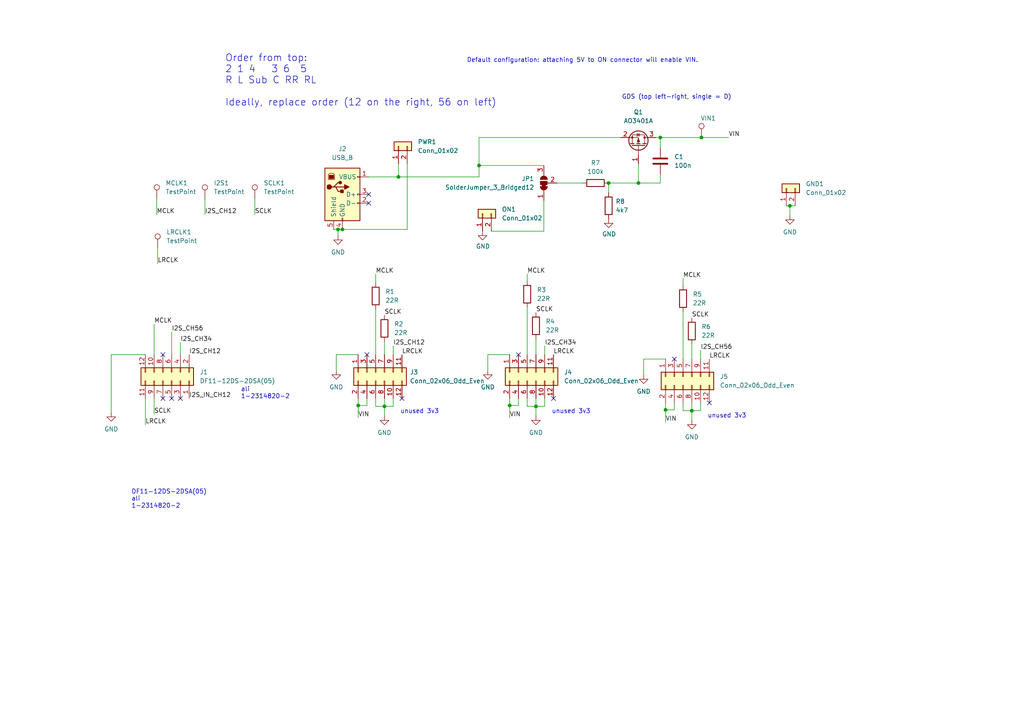
<source format=kicad_sch>
(kicad_sch (version 20230121) (generator eeschema)
  (paper "A4")
  (lib_symbols
    (symbol "Connector:TestPoint" (pin_numbers hide) (pin_names (offset 0.762) hide)
      (property "Reference" "TP" (at 0 6.858 0))
      (property "Value" "TestPoint" (at 0 5.08 0))
      (symbol "TestPoint_0_1"
        (circle (center 0 3.302) (radius 0.762))
      )
      (symbol "TestPoint_1_1"
        (pin passive line (at 0 0 90) (length 2.54) (name "1") (number "1"))
      )
    )
    (symbol "Connector:USB_B" (pin_names (offset 1.016))
      (property "Reference" "J" (at -5.08 11.43 0))
      (property "Value" "USB_B" (at -5.08 8.89 0))
      (symbol "USB_B_0_1"
        (rectangle (start -5.08 -7.62) (end 5.08 7.62) (stroke (width 0.254)) (fill (type background)))
        (circle (center -3.81 2.159) (radius 0.635) (stroke (width 0.254)) (fill (type outline)))
        (rectangle (start -3.81 5.588) (end -2.54 4.572) (fill (type outline)))
        (circle (center -0.635 3.429) (radius 0.381) (stroke (width 0.254)) (fill (type outline)))
        (rectangle (start -0.127 -7.62) (end 0.127 -6.858))
        (polyline (pts (xy -1.905 2.159) (xy 0.635 2.159)) (stroke (width 0.254)))
        (polyline (pts (xy -3.175 2.159) (xy -2.54 2.159) (xy -1.27 3.429) (xy -0.635 3.429)) (stroke (width 0.254)))
        (polyline (pts (xy -2.54 2.159) (xy -1.905 2.159) (xy -1.27 0.889) (xy 0 0.889)) (stroke (width 0.254)))
        (polyline (pts (xy 0.635 2.794) (xy 0.635 1.524) (xy 1.905 2.159) (xy 0.635 2.794)) (stroke (width 0.254)) (fill (type outline)))
        (polyline (pts (xy -4.064 4.318) (xy -2.286 4.318) (xy -2.286 5.715) (xy -2.667 6.096) (xy -3.683 6.096) (xy -4.064 5.715) (xy -4.064 4.318)))
        (rectangle (start 0.254 1.27) (end -0.508 0.508) (stroke (width 0.254)) (fill (type outline)))
        (rectangle (start 5.08 -2.667) (end 4.318 -2.413))
        (rectangle (start 5.08 -0.127) (end 4.318 0.127))
        (rectangle (start 5.08 4.953) (end 4.318 5.207))
      )
      (symbol "USB_B_1_1"
        (pin power_out line (at 7.62 5.08 180) (length 2.54) (name "VBUS") (number "1"))
        (pin bidirectional line (at 7.62 -2.54 180) (length 2.54) (name "D-") (number "2"))
        (pin bidirectional line (at 7.62 0 180) (length 2.54) (name "D+") (number "3"))
        (pin power_out line (at 0 -10.16 90) (length 2.54) (name "GND") (number "4"))
        (pin passive line (at -2.54 -10.16 90) (length 2.54) (name "Shield") (number "5"))
      )
    )
    (symbol "Connector_Generic:Conn_01x02" (pin_names (offset 1.016) hide)
      (property "Reference" "J" (at 0 2.54 0))
      (property "Value" "Conn_01x02" (at 0 -5.08 0))
      (symbol "Conn_01x02_1_1"
        (rectangle (start -1.27 -2.413) (end 0 -2.667) (stroke (width 0.1524)))
        (rectangle (start -1.27 0.127) (end 0 -0.127) (stroke (width 0.1524)))
        (rectangle (start -1.27 1.27) (end 1.27 -3.81) (stroke (width 0.254)) (fill (type background)))
        (pin passive line (at -5.08 0 0) (length 3.81) (name "Pin_1") (number "1"))
        (pin passive line (at -5.08 -2.54 0) (length 3.81) (name "Pin_2") (number "2"))
      )
    )
    (symbol "Connector_Generic:Conn_02x06_Odd_Even" (pin_names (offset 1.016) hide)
      (property "Reference" "J" (at 1.27 7.62 0))
      (property "Value" "Conn_02x06_Odd_Even" (at 1.27 -10.16 0))
      (symbol "Conn_02x06_Odd_Even_1_1"
        (rectangle (start -1.27 -7.493) (end 0 -7.747) (stroke (width 0.1524)))
        (rectangle (start -1.27 -4.953) (end 0 -5.207) (stroke (width 0.1524)))
        (rectangle (start -1.27 -2.413) (end 0 -2.667) (stroke (width 0.1524)))
        (rectangle (start -1.27 0.127) (end 0 -0.127) (stroke (width 0.1524)))
        (rectangle (start -1.27 2.667) (end 0 2.413) (stroke (width 0.1524)))
        (rectangle (start -1.27 5.207) (end 0 4.953) (stroke (width 0.1524)))
        (rectangle (start -1.27 6.35) (end 3.81 -8.89) (stroke (width 0.254)) (fill (type background)))
        (rectangle (start 3.81 -7.493) (end 2.54 -7.747) (stroke (width 0.1524)))
        (rectangle (start 3.81 -4.953) (end 2.54 -5.207) (stroke (width 0.1524)))
        (rectangle (start 3.81 -2.413) (end 2.54 -2.667) (stroke (width 0.1524)))
        (rectangle (start 3.81 0.127) (end 2.54 -0.127) (stroke (width 0.1524)))
        (rectangle (start 3.81 2.667) (end 2.54 2.413) (stroke (width 0.1524)))
        (rectangle (start 3.81 5.207) (end 2.54 4.953) (stroke (width 0.1524)))
        (pin passive line (at -5.08 5.08 0) (length 3.81) (name "Pin_1") (number "1"))
        (pin passive line (at 7.62 -5.08 180) (length 3.81) (name "Pin_10") (number "10"))
        (pin passive line (at -5.08 -7.62 0) (length 3.81) (name "Pin_11") (number "11"))
        (pin passive line (at 7.62 -7.62 180) (length 3.81) (name "Pin_12") (number "12"))
        (pin passive line (at 7.62 5.08 180) (length 3.81) (name "Pin_2") (number "2"))
        (pin passive line (at -5.08 2.54 0) (length 3.81) (name "Pin_3") (number "3"))
        (pin passive line (at 7.62 2.54 180) (length 3.81) (name "Pin_4") (number "4"))
        (pin passive line (at -5.08 0 0) (length 3.81) (name "Pin_5") (number "5"))
        (pin passive line (at 7.62 0 180) (length 3.81) (name "Pin_6") (number "6"))
        (pin passive line (at -5.08 -2.54 0) (length 3.81) (name "Pin_7") (number "7"))
        (pin passive line (at 7.62 -2.54 180) (length 3.81) (name "Pin_8") (number "8"))
        (pin passive line (at -5.08 -5.08 0) (length 3.81) (name "Pin_9") (number "9"))
      )
    )
    (symbol "Device:C" (pin_numbers hide) (pin_names (offset 0.254))
      (property "Reference" "C" (at 0.635 2.54 0))
      (property "Value" "C" (at 0.635 -2.54 0))
      (symbol "C_0_1"
        (polyline (pts (xy -2.032 -0.762) (xy 2.032 -0.762)) (stroke (width 0.508)))
        (polyline (pts (xy -2.032 0.762) (xy 2.032 0.762)) (stroke (width 0.508)))
      )
      (symbol "C_1_1"
        (pin passive line (at 0 3.81 270) (length 2.794) (name "~") (number "1"))
        (pin passive line (at 0 -3.81 90) (length 2.794) (name "~") (number "2"))
      )
    )
    (symbol "Device:R" (pin_numbers hide) (pin_names (offset 0))
      (property "Reference" "R" (at 2.032 0 90))
      (property "Value" "R" (at 0 0 90))
      (symbol "R_0_1"
        (rectangle (start -1.016 -2.54) (end 1.016 2.54) (stroke (width 0.254)))
      )
      (symbol "R_1_1"
        (pin passive line (at 0 3.81 270) (length 1.27) (name "~") (number "1"))
        (pin passive line (at 0 -3.81 90) (length 1.27) (name "~") (number "2"))
      )
    )
    (symbol "Jumper:SolderJumper_3_Bridged12" (pin_names (offset 0) hide)
      (property "Reference" "JP" (at -2.54 -2.54 0))
      (property "Value" "SolderJumper_3_Bridged12" (at 0 2.794 0))
      (symbol "SolderJumper_3_Bridged12_0_1"
        (rectangle (start -1.016 0.508) (end -0.508 -0.508) (fill (type outline)))
        (arc (start -1.016 1.016) (mid -2.0276 0) (end -1.016 -1.016))
        (arc (start -1.016 1.016) (mid -2.0276 0) (end -1.016 -1.016) (fill (type outline)))
        (rectangle (start -0.508 1.016) (end 0.508 -1.016) (fill (type outline)))
        (polyline (pts (xy -2.54 0) (xy -2.032 0)))
        (polyline (pts (xy -1.016 1.016) (xy -1.016 -1.016)))
        (polyline (pts (xy 0 -1.27) (xy 0 -1.016)))
        (polyline (pts (xy 1.016 1.016) (xy 1.016 -1.016)))
        (polyline (pts (xy 2.54 0) (xy 2.032 0)))
        (arc (start 1.016 -1.016) (mid 2.0276 0) (end 1.016 1.016))
        (arc (start 1.016 -1.016) (mid 2.0276 0) (end 1.016 1.016) (fill (type outline)))
      )
      (symbol "SolderJumper_3_Bridged12_1_1"
        (pin passive line (at -5.08 0 0) (length 2.54) (name "A") (number "1"))
        (pin passive line (at 0 -3.81 90) (length 2.54) (name "C") (number "2"))
        (pin passive line (at 5.08 0 180) (length 2.54) (name "B") (number "3"))
      )
    )
    (symbol "Transistor_FET:AO3401A" (pin_names hide)
      (property "Reference" "Q" (at 5.08 1.905 0))
      (property "Value" "AO3401A" (at 5.08 0 0))
      (symbol "AO3401A_0_1"
        (polyline (pts (xy 0.254 0) (xy -2.54 0)))
        (polyline (pts (xy 0.254 1.905) (xy 0.254 -1.905)) (stroke (width 0.254)))
        (polyline (pts (xy 0.762 -1.27) (xy 0.762 -2.286)) (stroke (width 0.254)))
        (polyline (pts (xy 0.762 0.508) (xy 0.762 -0.508)) (stroke (width 0.254)))
        (polyline (pts (xy 0.762 2.286) (xy 0.762 1.27)) (stroke (width 0.254)))
        (polyline (pts (xy 2.54 2.54) (xy 2.54 1.778)))
        (polyline (pts (xy 2.54 -2.54) (xy 2.54 0) (xy 0.762 0)))
        (polyline (pts (xy 0.762 1.778) (xy 3.302 1.778) (xy 3.302 -1.778) (xy 0.762 -1.778)))
        (polyline (pts (xy 2.286 0) (xy 1.27 0.381) (xy 1.27 -0.381) (xy 2.286 0)) (fill (type outline)))
        (polyline (pts (xy 2.794 -0.508) (xy 2.921 -0.381) (xy 3.683 -0.381) (xy 3.81 -0.254)))
        (polyline (pts (xy 3.302 -0.381) (xy 2.921 0.254) (xy 3.683 0.254) (xy 3.302 -0.381)))
        (circle (center 1.651 0) (radius 2.794) (stroke (width 0.254)))
        (circle (center 2.54 -1.778) (radius 0.254) (fill (type outline)))
        (circle (center 2.54 1.778) (radius 0.254) (fill (type outline)))
      )
      (symbol "AO3401A_1_1"
        (pin input line (at -5.08 0 0) (length 2.54) (name "G") (number "1"))
        (pin passive line (at 2.54 -5.08 90) (length 2.54) (name "S") (number "2"))
        (pin passive line (at 2.54 5.08 270) (length 2.54) (name "D") (number "3"))
      )
    )
    (symbol "power:GND" (power) (pin_names (offset 0))
      (property "Value" "GND" (at 0 -3.81 0))
      (symbol "GND_0_1"
        (polyline (pts (xy 0 0) (xy 0 -1.27) (xy 1.27 -1.27) (xy 0 -2.54) (xy -1.27 -1.27) (xy 0 -1.27)))
      )
      (symbol "GND_1_1"
        (pin power_in line (at 0 0 270) (length 0) hide (name "GND") (number "1"))
      )
    )
  )
  (junction (at 98.044 66.548))
  (junction (at 155.448 117.856))
  (junction (at 229.108 59.69))
  (junction (at 193.04 118.872))
  (junction (at 103.886 117.602))
  (junction (at 115.57 51.308))
  (junction (at 185.166 53.086))
  (junction (at 176.53 53.086))
  (junction (at 200.66 119.126))
  (junction (at 203.454 39.878))
  (junction (at 191.516 39.878))
  (junction (at 111.506 117.856))
  (junction (at 99.314 66.548))
  (junction (at 138.938 48.006))
  (junction (at 147.828 117.602))
  (no_connect (at 52.324 115.57))
  (no_connect (at 47.244 102.87))
  (no_connect (at 116.586 115.57))
  (no_connect (at 106.426 102.87))
  (no_connect (at 205.74 116.84))
  (no_connect (at 106.934 56.388))
  (no_connect (at 150.368 102.87))
  (no_connect (at 106.934 58.928))
  (no_connect (at 47.244 115.57))
  (no_connect (at 49.784 115.57))
  (no_connect (at 195.58 104.14))
  (no_connect (at 160.528 115.57))
  (wire (pts (xy 157.734 67.056) (xy 142.494 67.056)))
  (wire (pts (xy 195.58 118.872) (xy 193.04 118.872)))
  (wire (pts (xy 118.11 66.548) (xy 99.314 66.548)))
  (wire (pts (xy 186.69 108.712) (xy 186.69 104.14)))
  (wire (pts (xy 150.368 115.57) (xy 150.368 117.602)))
  (wire (pts (xy 138.938 39.878) (xy 180.086 39.878)))
  (wire (pts (xy 168.91 53.086) (xy 161.544 53.086)))
  (wire (pts (xy 138.938 48.006) (xy 157.734 48.006)))
  (wire (pts (xy 59.436 57.658) (xy 59.436 62.23)))
  (wire (pts (xy 108.966 117.856) (xy 111.506 117.856)))
  (wire (pts (xy 118.11 47.498) (xy 118.11 66.548)))
  (wire (pts (xy 200.66 119.126) (xy 200.66 121.92)))
  (wire (pts (xy 155.448 115.57) (xy 155.448 117.856)))
  (wire (pts (xy 203.454 39.878) (xy 211.328 39.878)))
  (wire (pts (xy 103.886 115.57) (xy 103.886 117.602)))
  (wire (pts (xy 138.938 48.006) (xy 138.938 51.308)))
  (wire (pts (xy 108.966 79.502) (xy 108.966 82.042)))
  (wire (pts (xy 198.12 80.772) (xy 198.12 82.804)))
  (wire (pts (xy 98.044 66.548) (xy 99.314 66.548)))
  (wire (pts (xy 193.04 118.872) (xy 193.04 122.428)))
  (wire (pts (xy 147.828 115.57) (xy 147.828 117.602)))
  (wire (pts (xy 157.988 115.57) (xy 157.988 117.856)))
  (wire (pts (xy 44.704 115.57) (xy 44.704 120.142)))
  (wire (pts (xy 186.69 104.14) (xy 193.04 104.14)))
  (wire (pts (xy 198.12 90.424) (xy 198.12 104.14)))
  (wire (pts (xy 141.478 102.87) (xy 147.828 102.87)))
  (wire (pts (xy 96.774 66.548) (xy 98.044 66.548)))
  (wire (pts (xy 191.516 53.086) (xy 185.166 53.086)))
  (wire (pts (xy 108.966 89.662) (xy 108.966 102.87)))
  (wire (pts (xy 157.988 117.856) (xy 155.448 117.856)))
  (wire (pts (xy 198.12 116.84) (xy 198.12 119.126)))
  (wire (pts (xy 155.448 98.298) (xy 155.448 102.87)))
  (wire (pts (xy 106.934 51.308) (xy 115.57 51.308)))
  (wire (pts (xy 106.426 117.602) (xy 103.886 117.602)))
  (wire (pts (xy 157.734 58.166) (xy 157.734 67.056)))
  (wire (pts (xy 111.506 117.856) (xy 111.506 120.65)))
  (wire (pts (xy 42.164 115.57) (xy 42.164 123.19)))
  (wire (pts (xy 45.466 57.658) (xy 45.466 62.23)))
  (wire (pts (xy 200.66 116.84) (xy 200.66 119.126)))
  (wire (pts (xy 152.908 115.57) (xy 152.908 117.856)))
  (wire (pts (xy 114.046 100.33) (xy 114.046 102.87)))
  (wire (pts (xy 185.166 53.086) (xy 176.53 53.086)))
  (wire (pts (xy 200.66 99.822) (xy 200.66 104.14)))
  (wire (pts (xy 190.246 39.878) (xy 191.516 39.878)))
  (wire (pts (xy 32.258 102.87) (xy 42.164 102.87)))
  (wire (pts (xy 114.046 117.856) (xy 111.506 117.856)))
  (wire (pts (xy 198.12 119.126) (xy 200.66 119.126)))
  (wire (pts (xy 138.938 39.878) (xy 138.938 48.006)))
  (wire (pts (xy 203.2 101.6) (xy 203.2 104.14)))
  (wire (pts (xy 45.72 71.882) (xy 45.72 76.454)))
  (wire (pts (xy 98.044 66.548) (xy 98.044 68.326)))
  (wire (pts (xy 185.166 47.498) (xy 185.166 53.086)))
  (wire (pts (xy 229.108 59.69) (xy 229.108 62.484)))
  (wire (pts (xy 73.914 57.658) (xy 73.914 62.23)))
  (wire (pts (xy 114.046 115.57) (xy 114.046 117.856)))
  (wire (pts (xy 108.966 115.57) (xy 108.966 117.856)))
  (wire (pts (xy 191.516 39.878) (xy 191.516 42.926)))
  (wire (pts (xy 103.886 117.602) (xy 103.886 121.158)))
  (wire (pts (xy 228.092 59.69) (xy 229.108 59.69)))
  (wire (pts (xy 152.908 79.502) (xy 152.908 81.534)))
  (wire (pts (xy 150.368 117.602) (xy 147.828 117.602)))
  (wire (pts (xy 152.908 117.856) (xy 155.448 117.856)))
  (wire (pts (xy 111.506 115.57) (xy 111.506 117.856)))
  (wire (pts (xy 141.478 107.442) (xy 141.478 102.87)))
  (wire (pts (xy 191.516 50.546) (xy 191.516 53.086)))
  (wire (pts (xy 203.2 116.84) (xy 203.2 119.126)))
  (wire (pts (xy 32.258 102.87) (xy 32.258 119.634)))
  (wire (pts (xy 191.516 39.878) (xy 203.454 39.878)))
  (wire (pts (xy 176.53 53.086) (xy 176.53 55.88)))
  (wire (pts (xy 195.58 116.84) (xy 195.58 118.872)))
  (wire (pts (xy 97.536 107.442) (xy 97.536 102.87)))
  (wire (pts (xy 152.908 89.154) (xy 152.908 102.87)))
  (wire (pts (xy 115.57 47.498) (xy 115.57 51.308)))
  (wire (pts (xy 49.784 96.266) (xy 49.784 102.87)))
  (wire (pts (xy 147.828 117.602) (xy 147.828 121.158)))
  (wire (pts (xy 44.704 93.98) (xy 44.704 102.87)))
  (wire (pts (xy 157.988 100.33) (xy 157.988 102.87)))
  (wire (pts (xy 193.04 116.84) (xy 193.04 118.872)))
  (wire (pts (xy 115.57 51.308) (xy 138.938 51.308)))
  (wire (pts (xy 111.506 99.06) (xy 111.506 102.87)))
  (wire (pts (xy 155.448 117.856) (xy 155.448 120.65)))
  (wire (pts (xy 97.536 102.87) (xy 103.886 102.87)))
  (wire (pts (xy 203.2 119.126) (xy 200.66 119.126)))
  (wire (pts (xy 229.108 59.69) (xy 230.632 59.69)))
  (wire (pts (xy 52.324 99.314) (xy 52.324 102.87)))
  (wire (pts (xy 106.426 115.57) (xy 106.426 117.602)))
  (text "unused 3v3\n" (at 116.078 120.142 0) (effects (font (size 1.27 1.27)) (justify left bottom)))
  (text "Default configuration: attaching 5V to ON connector will enable VIN." (at 135.382 18.288 0) (effects (font (size 1.27 1.27)) (justify left bottom)))
  (text "DF11-12DS-2DSA(05)\nali\n1-2314820-2" (at 38.1 147.574 0) (effects (font (size 1.27 1.27)) (justify left bottom)))
  (text "GDS (top left-right, single = D)\n" (at 180.34 28.956 0) (effects (font (size 1.27 1.27)) (justify left bottom)))
  (text "Order from top:\n2 1 4   3 6  5\nR L Sub C RR RL\n\nIdeally, replace order (12 on the right, 56 on left)" (at 65.278 30.988 0) (effects (font (size 2 2)) (justify left bottom)))
  (text "unused 3v3\n" (at 160.02 120.142 0) (effects (font (size 1.27 1.27)) (justify left bottom)))
  (text "unused 3v3\n" (at 205.232 121.412 0) (effects (font (size 1.27 1.27)) (justify left bottom)))
  (text "ali\n1-2314820-2" (at 69.85 115.824 0) (effects (font (size 1.27 1.27)) (justify left bottom)))
  (label "I2S_CH56" (at 203.2 101.6 0))
  (label "SCLK" (at 73.914 62.23 0))
  (label "SCLK" (at 111.506 91.44 0))
  (label "I2S_CH34" (at 52.324 99.314 0))
  (label "VIN" (at 103.886 121.158 0))
  (label "I2S_CH12" (at 54.864 102.87 0))
  (label "VIN" (at 193.04 122.428 0))
  (label "I2S_CH12" (at 59.436 62.23 0))
  (label "MCLK" (at 152.908 79.502 0))
  (label "SCLK" (at 200.66 92.202 0))
  (label "SCLK" (at 155.448 90.678 0))
  (label "SCLK" (at 44.704 120.142 0))
  (label "I2S_CH34" (at 157.988 100.33 0))
  (label "I2S_IN_CH12" (at 54.864 115.57 0))
  (label "LRCLK" (at 205.74 104.14 0))
  (label "LRCLK" (at 42.164 123.19 0))
  (label "MCLK" (at 198.12 80.772 0))
  (label "MCLK" (at 44.704 93.98 0))
  (label "VIN" (at 147.828 121.158 0))
  (label "LRCLK" (at 45.72 76.454 0))
  (label "I2S_CH56" (at 49.784 96.266 0))
  (label "LRCLK" (at 116.586 102.87 0))
  (label "MCLK" (at 108.966 79.502 0))
  (label "VIN" (at 211.328 39.878 0))
  (label "I2S_CH12" (at 114.046 100.33 0))
  (label "LRCLK" (at 160.528 102.87 0))
  (label "MCLK" (at 45.466 62.23 0))
  (symbol (lib_id "Connector_Generic:Conn_02x06_Odd_Even") (at 108.966 107.95 90) (mirror x) (unit 1)
    (property "Reference" "J3" (at 118.872 107.9499 90) (effects (justify right)))
    (property "Value" "Conn_02x06_Odd_Even" (at 118.872 110.4899 90) (effects (justify right)))
    (property "Footprint" "Connector_PinHeader_2.54mm:PinHeader_2x06_P2.54mm_Vertical" (effects hide))
  )
  (symbol (lib_id "Connector_Generic:Conn_01x02") (at 139.954 61.976 90) (unit 1)
    (property "Reference" "ON1" (at 145.542 60.7059 90) (effects (justify right)))
    (property "Value" "Conn_01x02" (at 145.542 63.2459 90) (effects (justify right)))
    (property "Footprint" "Connector_PinHeader_2.54mm:PinHeader_1x02_P2.54mm_Vertical" (effects hide))
  )
  (symbol (lib_id "Connector_Generic:Conn_02x06_Odd_Even") (at 49.784 110.49 270) (mirror x) (unit 1)
    (property "Reference" "J1" (at 57.912 107.9499 90) (effects (justify left)))
    (property "Value" "DF11-12DS-2DSA(05)" (at 57.912 110.4899 90) (effects (justify left)))
    (property "Footprint" "Connector_PinHeader_2.00mm:PinHeader_2x06_P2.00mm_Vertical" (effects hide))
  )
  (symbol (lib_id "Device:R") (at 176.53 59.69 0) (mirror y) (unit 1)
    (property "Reference" "R8" (at 178.562 58.4199 0) (effects (justify right)))
    (property "Value" "4k7" (at 178.562 60.9599 0) (effects (justify right)))
    (property "Footprint" "Resistor_SMD:R_0402_1005Metric" (effects hide))
    (property "LCSC" "C25900" (effects hide))
  )
  (symbol (lib_id "Connector:TestPoint") (at 59.436 57.658 0) (unit 1)
    (property "Reference" "I2S1" (at 61.976 53.0859 0) (effects (justify left)))
    (property "Value" "TestPoint" (at 61.976 55.6259 0) (effects (justify left)))
    (property "Footprint" "TestPoint:TestPoint_Pad_D1.0mm" (effects hide))
  )
  (symbol (lib_id "Transistor_FET:AO3401A") (at 185.166 42.418 270) (mirror x) (unit 1)
    (property "Reference" "Q1" (at 185.166 32.512 90))
    (property "Value" "AO3401A" (at 185.166 35.052 90))
    (property "Footprint" "Package_TO_SOT_SMD:SOT-23" (effects hide))
    (property "Datasheet" "https://datasheet.lcsc.com/lcsc/1810171817_Alpha---Omega-Semicon-AO3401A_C15127.pdf" (effects hide))
  )
  (symbol (lib_id "Connector:TestPoint") (at 45.466 57.658 0) (unit 1)
    (property "Reference" "MCLK1" (at 48.006 53.0859 0) (effects (justify left)))
    (property "Value" "TestPoint" (at 48.006 55.6259 0) (effects (justify left)))
    (property "Footprint" "TestPoint:TestPoint_Pad_D1.0mm" (effects hide))
  )
  (symbol (lib_id "Connector:TestPoint") (at 203.454 39.878 0) (unit 1)
    (property "Reference" "VIN1" (at 203.2 34.29 0) (effects (justify left)))
    (property "Value" "TestPoint" (effects hide))
    (property "Footprint" "TestPoint:TestPoint_Pad_D1.0mm" (effects hide))
  )
  (symbol (lib_id "Device:R") (at 152.908 85.344 0) (unit 1)
    (property "Reference" "R3" (at 155.702 84.0739 0) (effects (justify left)))
    (property "Value" "22R" (at 155.702 86.6139 0) (effects (justify left)))
    (property "Footprint" "Resistor_SMD:R_0402_1005Metric_Pad0.72x0.64mm_HandSolder" (effects hide))
  )
  (symbol (lib_id "power:GND") (at 139.954 67.056 0) (unit 1)
    (property "Reference" "#PWR0110" (effects hide))
    (property "Value" "GND" (at 140.081 71.4502 0))
  )
  (symbol (lib_id "Device:R") (at 200.66 96.012 0) (unit 1)
    (property "Reference" "R6" (at 203.454 94.7419 0) (effects (justify left)))
    (property "Value" "22R" (at 203.454 97.2819 0) (effects (justify left)))
    (property "Footprint" "Resistor_SMD:R_0402_1005Metric_Pad0.72x0.64mm_HandSolder" (effects hide))
  )
  (symbol (lib_id "power:GND") (at 98.044 68.326 0) (unit 1)
    (property "Reference" "#PWR0101" (effects hide))
    (property "Value" "GND" (at 98.044 73.152 0))
  )
  (symbol (lib_id "power:GND") (at 32.258 119.634 0) (unit 1)
    (property "Reference" "#PWR0102" (effects hide))
    (property "Value" "GND" (at 32.258 124.46 0))
  )
  (symbol (lib_id "Connector:TestPoint") (at 73.914 57.658 0) (unit 1)
    (property "Reference" "SCLK1" (at 76.454 53.0859 0) (effects (justify left)))
    (property "Value" "TestPoint" (at 76.454 55.6259 0) (effects (justify left)))
    (property "Footprint" "TestPoint:TestPoint_Pad_D1.0mm" (effects hide))
  )
  (symbol (lib_id "power:GND") (at 155.448 120.65 0) (unit 1)
    (property "Reference" "#PWR0106" (effects hide))
    (property "Value" "GND" (at 155.448 125.476 0))
  )
  (symbol (lib_id "power:GND") (at 200.66 121.92 0) (unit 1)
    (property "Reference" "#PWR0108" (effects hide))
    (property "Value" "GND" (at 200.66 126.746 0))
  )
  (symbol (lib_id "Device:C") (at 191.516 46.736 0) (unit 1)
    (property "Reference" "C1" (at 195.58 45.4659 0) (effects (justify left)))
    (property "Value" "100n" (at 195.58 48.0059 0) (effects (justify left)))
    (property "Footprint" "Capacitor_SMD:C_0402_1005Metric" (effects hide))
    (property "LCSC" "C307331" (effects hide))
  )
  (symbol (lib_id "Jumper:SolderJumper_3_Bridged12") (at 157.734 53.086 90) (unit 1)
    (property "Reference" "JP1" (at 154.94 51.8159 90) (effects (justify left)))
    (property "Value" "SolderJumper_3_Bridged12" (at 154.94 54.3559 90) (effects (justify left)))
    (property "Footprint" "Jumper:SolderJumper-3_P1.3mm_Bridged2Bar12_Pad1.0x1.5mm" (effects hide))
  )
  (symbol (lib_id "power:GND") (at 176.53 63.5 0) (unit 1)
    (property "Reference" "#PWR0111" (effects hide))
    (property "Value" "GND" (at 176.657 67.8942 0))
  )
  (symbol (lib_id "power:GND") (at 97.536 107.442 0) (unit 1)
    (property "Reference" "#PWR0103" (effects hide))
    (property "Value" "GND" (at 97.536 112.268 0))
  )
  (symbol (lib_id "Connector_Generic:Conn_01x02") (at 228.092 54.61 90) (unit 1)
    (property "Reference" "GND1" (at 233.68 53.3399 90) (effects (justify right)))
    (property "Value" "Conn_01x02" (at 233.68 55.8799 90) (effects (justify right)))
    (property "Footprint" "Connector_PinHeader_2.54mm:PinHeader_1x02_P2.54mm_Vertical" (effects hide))
  )
  (symbol (lib_id "Device:R") (at 198.12 86.614 0) (unit 1)
    (property "Reference" "R5" (at 200.914 85.3439 0) (effects (justify left)))
    (property "Value" "22R" (at 200.914 87.8839 0) (effects (justify left)))
    (property "Footprint" "Resistor_SMD:R_0402_1005Metric_Pad0.72x0.64mm_HandSolder" (effects hide))
  )
  (symbol (lib_id "power:GND") (at 186.69 108.712 0) (unit 1)
    (property "Reference" "#PWR0107" (effects hide))
    (property "Value" "GND" (at 186.69 113.538 0))
  )
  (symbol (lib_id "Connector_Generic:Conn_01x02") (at 115.57 42.418 90) (unit 1)
    (property "Reference" "PWR1" (at 121.158 41.1479 90) (effects (justify right)))
    (property "Value" "Conn_01x02" (at 121.158 43.6879 90) (effects (justify right)))
    (property "Footprint" "Connector_PinHeader_2.54mm:PinHeader_1x02_P2.54mm_Vertical" (effects hide))
  )
  (symbol (lib_id "Connector_Generic:Conn_02x06_Odd_Even") (at 152.908 107.95 90) (mirror x) (unit 1)
    (property "Reference" "J4" (at 163.576 107.9499 90) (effects (justify right)))
    (property "Value" "Conn_02x06_Odd_Even" (at 163.576 110.4899 90) (effects (justify right)))
    (property "Footprint" "Connector_PinHeader_2.54mm:PinHeader_2x06_P2.54mm_Vertical" (effects hide))
  )
  (symbol (lib_id "Device:R") (at 172.72 53.086 90) (mirror x) (unit 1)
    (property "Reference" "R7" (at 172.72 47.244 90))
    (property "Value" "100k" (at 172.72 49.784 90))
    (property "Footprint" "Resistor_SMD:R_0402_1005Metric" (effects hide))
  )
  (symbol (lib_id "Connector:TestPoint") (at 45.72 71.882 0) (unit 1)
    (property "Reference" "LRCLK1" (at 48.26 67.3099 0) (effects (justify left)))
    (property "Value" "TestPoint" (at 48.26 69.8499 0) (effects (justify left)))
    (property "Footprint" "TestPoint:TestPoint_Pad_D1.0mm" (effects hide))
  )
  (symbol (lib_id "Connector_Generic:Conn_02x06_Odd_Even") (at 198.12 109.22 90) (mirror x) (unit 1)
    (property "Reference" "J5" (at 208.788 109.2199 90) (effects (justify right)))
    (property "Value" "Conn_02x06_Odd_Even" (at 208.788 111.7599 90) (effects (justify right)))
    (property "Footprint" "Connector_PinHeader_2.54mm:PinHeader_2x06_P2.54mm_Vertical" (effects hide))
  )
  (symbol (lib_id "Device:R") (at 108.966 85.852 0) (unit 1)
    (property "Reference" "R1" (at 111.76 84.5819 0) (effects (justify left)))
    (property "Value" "22R" (at 111.76 87.1219 0) (effects (justify left)))
    (property "Footprint" "Resistor_SMD:R_0402_1005Metric_Pad0.72x0.64mm_HandSolder" (effects hide))
  )
  (symbol (lib_id "Connector:USB_B") (at 99.314 56.388 0) (unit 1)
    (property "Reference" "J2" (at 99.314 43.18 0))
    (property "Value" "USB_B" (at 99.314 45.72 0))
    (property "Footprint" "Connector_USB:USB_B_Lumberg_2411_02_Horizontal" (effects hide))
    (property "Datasheet" " ~" (effects hide))
  )
  (symbol (lib_id "Device:R") (at 111.506 95.25 0) (unit 1)
    (property "Reference" "R2" (at 114.3 93.9799 0) (effects (justify left)))
    (property "Value" "22R" (at 114.3 96.5199 0) (effects (justify left)))
    (property "Footprint" "Resistor_SMD:R_0402_1005Metric_Pad0.72x0.64mm_HandSolder" (effects hide))
  )
  (symbol (lib_id "power:GND") (at 111.506 120.65 0) (unit 1)
    (property "Reference" "#PWR0104" (effects hide))
    (property "Value" "GND" (at 111.506 125.476 0))
  )
  (symbol (lib_id "Device:R") (at 155.448 94.488 0) (unit 1)
    (property "Reference" "R4" (at 158.242 93.2179 0) (effects (justify left)))
    (property "Value" "22R" (at 158.242 95.7579 0) (effects (justify left)))
    (property "Footprint" "Resistor_SMD:R_0402_1005Metric_Pad0.72x0.64mm_HandSolder" (effects hide))
  )
  (symbol (lib_id "power:GND") (at 229.108 62.484 0) (unit 1)
    (property "Reference" "#PWR0109" (effects hide))
    (property "Value" "GND" (at 229.108 67.31 0))
  )
  (symbol (lib_id "power:GND") (at 141.478 107.442 0) (unit 1)
    (property "Reference" "#PWR0105" (effects hide))
    (property "Value" "GND" (at 141.478 112.268 0))
  )
)
</source>
